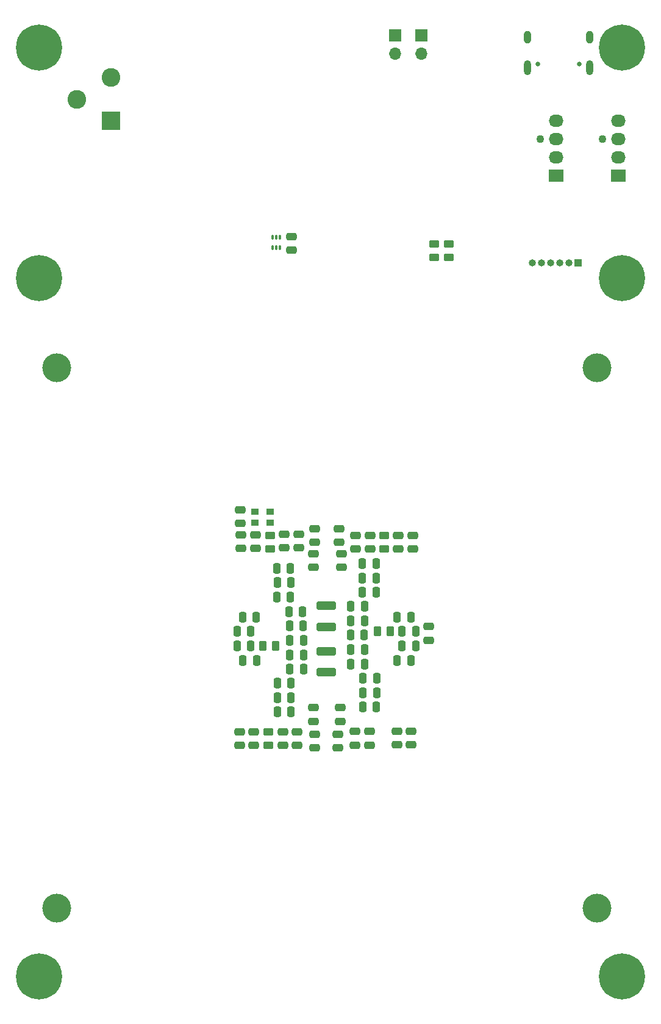
<source format=gbs>
G04 #@! TF.GenerationSoftware,KiCad,Pcbnew,8.0.1-8.0.1-1~ubuntu22.04.1*
G04 #@! TF.CreationDate,2024-03-26T16:59:47+01:00*
G04 #@! TF.ProjectId,qaxe,71617865-2e6b-4696-9361-645f70636258,rev?*
G04 #@! TF.SameCoordinates,Original*
G04 #@! TF.FileFunction,Soldermask,Bot*
G04 #@! TF.FilePolarity,Negative*
%FSLAX46Y46*%
G04 Gerber Fmt 4.6, Leading zero omitted, Abs format (unit mm)*
G04 Created by KiCad (PCBNEW 8.0.1-8.0.1-1~ubuntu22.04.1) date 2024-03-26 16:59:47*
%MOMM*%
%LPD*%
G01*
G04 APERTURE LIST*
G04 Aperture macros list*
%AMRoundRect*
0 Rectangle with rounded corners*
0 $1 Rounding radius*
0 $2 $3 $4 $5 $6 $7 $8 $9 X,Y pos of 4 corners*
0 Add a 4 corners polygon primitive as box body*
4,1,4,$2,$3,$4,$5,$6,$7,$8,$9,$2,$3,0*
0 Add four circle primitives for the rounded corners*
1,1,$1+$1,$2,$3*
1,1,$1+$1,$4,$5*
1,1,$1+$1,$6,$7*
1,1,$1+$1,$8,$9*
0 Add four rect primitives between the rounded corners*
20,1,$1+$1,$2,$3,$4,$5,0*
20,1,$1+$1,$4,$5,$6,$7,0*
20,1,$1+$1,$6,$7,$8,$9,0*
20,1,$1+$1,$8,$9,$2,$3,0*%
G04 Aperture macros list end*
%ADD10C,0.800000*%
%ADD11C,6.400000*%
%ADD12C,4.000000*%
%ADD13R,1.700000X1.700000*%
%ADD14O,1.700000X1.700000*%
%ADD15R,1.000000X1.000000*%
%ADD16O,1.000000X1.000000*%
%ADD17C,1.100000*%
%ADD18R,2.030000X1.730000*%
%ADD19O,2.030000X1.730000*%
%ADD20R,2.600000X2.600000*%
%ADD21C,2.600000*%
%ADD22C,0.650000*%
%ADD23O,1.000000X2.100000*%
%ADD24O,1.000000X1.800000*%
%ADD25RoundRect,0.250000X0.250000X0.475000X-0.250000X0.475000X-0.250000X-0.475000X0.250000X-0.475000X0*%
%ADD26RoundRect,0.250000X0.475000X-0.250000X0.475000X0.250000X-0.475000X0.250000X-0.475000X-0.250000X0*%
%ADD27RoundRect,0.250000X-0.475000X0.250000X-0.475000X-0.250000X0.475000X-0.250000X0.475000X0.250000X0*%
%ADD28RoundRect,0.250000X0.262500X0.450000X-0.262500X0.450000X-0.262500X-0.450000X0.262500X-0.450000X0*%
%ADD29RoundRect,0.250000X-0.262500X-0.450000X0.262500X-0.450000X0.262500X0.450000X-0.262500X0.450000X0*%
%ADD30RoundRect,0.250000X-0.250000X-0.475000X0.250000X-0.475000X0.250000X0.475000X-0.250000X0.475000X0*%
%ADD31RoundRect,0.250000X-0.450000X0.262500X-0.450000X-0.262500X0.450000X-0.262500X0.450000X0.262500X0*%
%ADD32R,1.000000X0.900000*%
%ADD33RoundRect,0.250000X1.100000X-0.325000X1.100000X0.325000X-1.100000X0.325000X-1.100000X-0.325000X0*%
%ADD34RoundRect,0.250000X0.450000X-0.262500X0.450000X0.262500X-0.450000X0.262500X-0.450000X-0.262500X0*%
%ADD35RoundRect,0.250000X-1.100000X0.325000X-1.100000X-0.325000X1.100000X-0.325000X1.100000X0.325000X0*%
%ADD36RoundRect,0.050000X0.100000X-0.285000X0.100000X0.285000X-0.100000X0.285000X-0.100000X-0.285000X0*%
G04 APERTURE END LIST*
D10*
X52600000Y-43000000D03*
X53302944Y-41302944D03*
X53302944Y-44697056D03*
X55000000Y-40600000D03*
D11*
X55000000Y-43000000D03*
D10*
X55000000Y-45400000D03*
X56697056Y-41302944D03*
X56697056Y-44697056D03*
X57400000Y-43000000D03*
D12*
X132500000Y-162500000D03*
D13*
X108100000Y-41325000D03*
D14*
X108100000Y-43865000D03*
D15*
X129875000Y-72900000D03*
D16*
X128605000Y-72900000D03*
X127335000Y-72900000D03*
X126065000Y-72900000D03*
X124795000Y-72900000D03*
X123525000Y-72900000D03*
D17*
X133303000Y-55740000D03*
D18*
X135463000Y-60820000D03*
D19*
X135463000Y-58280000D03*
X135463000Y-55740000D03*
X135463000Y-53200000D03*
D12*
X57500000Y-162500000D03*
D13*
X104500000Y-41325000D03*
D14*
X104500000Y-43865000D03*
D12*
X57500000Y-87500000D03*
D10*
X133600000Y-43000000D03*
X134302944Y-41302944D03*
X134302944Y-44697056D03*
X136000000Y-40600000D03*
D11*
X136000000Y-43000000D03*
D10*
X136000000Y-45400000D03*
X137697056Y-41302944D03*
X137697056Y-44697056D03*
X138400000Y-43000000D03*
D12*
X132500000Y-87500000D03*
D10*
X133600000Y-172000000D03*
X134302944Y-170302944D03*
X134302944Y-173697056D03*
X136000000Y-169600000D03*
D11*
X136000000Y-172000000D03*
D10*
X136000000Y-174400000D03*
X137697056Y-170302944D03*
X137697056Y-173697056D03*
X138400000Y-172000000D03*
X52600000Y-75000000D03*
X53302944Y-73302944D03*
X53302944Y-76697056D03*
X55000000Y-72600000D03*
D11*
X55000000Y-75000000D03*
D10*
X55000000Y-77400000D03*
X56697056Y-73302944D03*
X56697056Y-76697056D03*
X57400000Y-75000000D03*
D17*
X124667000Y-55740000D03*
D18*
X126827000Y-60820000D03*
D19*
X126827000Y-58280000D03*
X126827000Y-55740000D03*
X126827000Y-53200000D03*
D10*
X133600000Y-75000000D03*
X134302944Y-73302944D03*
X134302944Y-76697056D03*
X136000000Y-72600000D03*
D11*
X136000000Y-75000000D03*
D10*
X136000000Y-77400000D03*
X137697056Y-73302944D03*
X137697056Y-76697056D03*
X138400000Y-75000000D03*
D20*
X65000000Y-53200000D03*
D21*
X65000000Y-47200000D03*
X60300000Y-50200000D03*
D22*
X130090000Y-45305000D03*
X124310000Y-45305000D03*
D23*
X131520000Y-45805000D03*
D24*
X131520000Y-41625000D03*
D23*
X122880000Y-45805000D03*
D24*
X122880000Y-41625000D03*
D10*
X52600000Y-172000000D03*
X53302944Y-170302944D03*
X53302944Y-173697056D03*
X55000000Y-169600000D03*
D11*
X55000000Y-172000000D03*
D10*
X55000000Y-174400000D03*
X56697056Y-170302944D03*
X56697056Y-173697056D03*
X57400000Y-172000000D03*
D25*
X91760000Y-129310000D03*
X89860000Y-129310000D03*
X106650000Y-128100000D03*
X104750000Y-128100000D03*
D26*
X101000000Y-112650000D03*
X101000000Y-110750000D03*
X96500000Y-140250000D03*
X96500000Y-138350000D03*
D27*
X93300000Y-138350000D03*
X93300000Y-140250000D03*
D25*
X91650000Y-121325000D03*
X89750000Y-121325000D03*
D27*
X90043000Y-69281000D03*
X90043000Y-71181000D03*
X104900000Y-110750000D03*
X104900000Y-112650000D03*
D28*
X87925000Y-126100000D03*
X86100000Y-126100000D03*
D25*
X90000000Y-133270000D03*
X88100000Y-133270000D03*
D27*
X88875000Y-138000000D03*
X88875000Y-139900000D03*
D26*
X83100000Y-112575000D03*
X83100000Y-110675000D03*
D29*
X101987500Y-124100000D03*
X103812500Y-124100000D03*
D30*
X105450000Y-126100000D03*
X107350000Y-126100000D03*
X99920000Y-116670000D03*
X101820000Y-116670000D03*
X99950000Y-134600000D03*
X101850000Y-134600000D03*
X100000000Y-130600000D03*
X101900000Y-130600000D03*
X99920000Y-118670000D03*
X101820000Y-118670000D03*
D25*
X84450000Y-124100000D03*
X82550000Y-124100000D03*
D27*
X93100000Y-134650000D03*
X93100000Y-136550000D03*
D26*
X100900000Y-139875000D03*
X100900000Y-137975000D03*
X104700000Y-139850000D03*
X104700000Y-137950000D03*
X109100000Y-125300000D03*
X109100000Y-123400000D03*
D25*
X91700000Y-123325000D03*
X89800000Y-123325000D03*
D31*
X86875000Y-138037500D03*
X86875000Y-139862500D03*
D30*
X83300000Y-122100000D03*
X85200000Y-122100000D03*
D26*
X98900000Y-139875000D03*
X98900000Y-137975000D03*
D30*
X83350000Y-128100000D03*
X85250000Y-128100000D03*
D25*
X91750000Y-127325000D03*
X89850000Y-127325000D03*
D27*
X93300000Y-109800000D03*
X93300000Y-111700000D03*
D30*
X98310000Y-122610000D03*
X100210000Y-122610000D03*
D25*
X89950000Y-119300000D03*
X88050000Y-119300000D03*
X90000000Y-117300000D03*
X88100000Y-117300000D03*
D26*
X96900000Y-136550000D03*
X96900000Y-134650000D03*
D27*
X83000000Y-107175000D03*
X83000000Y-109075000D03*
D26*
X106900000Y-112650000D03*
X106900000Y-110750000D03*
D30*
X98310000Y-120630000D03*
X100210000Y-120630000D03*
D31*
X87100000Y-110775000D03*
X87100000Y-112600000D03*
D27*
X91100000Y-110575000D03*
X91100000Y-112475000D03*
D30*
X98310000Y-128610000D03*
X100210000Y-128610000D03*
D26*
X98990000Y-112650000D03*
X98990000Y-110750000D03*
D32*
X84975000Y-107425000D03*
X87125000Y-107425000D03*
X87125000Y-108975000D03*
X84975000Y-108975000D03*
D30*
X99920000Y-114670000D03*
X101820000Y-114670000D03*
X100000000Y-132600000D03*
X101900000Y-132600000D03*
D25*
X106650000Y-122100000D03*
X104750000Y-122100000D03*
D33*
X94900000Y-129775000D03*
X94900000Y-126825000D03*
D34*
X111900000Y-72162500D03*
X111900000Y-70337500D03*
X102930000Y-112612500D03*
X102930000Y-110787500D03*
D26*
X84875000Y-139900000D03*
X84875000Y-138000000D03*
D27*
X82875000Y-138000000D03*
X82875000Y-139900000D03*
D25*
X91750000Y-125325000D03*
X89850000Y-125325000D03*
D34*
X109900000Y-72162500D03*
X109900000Y-70337500D03*
D25*
X90000000Y-131270000D03*
X88100000Y-131270000D03*
D35*
X94900000Y-120525000D03*
X94900000Y-123475000D03*
D36*
X88500000Y-70844000D03*
X88000000Y-70844000D03*
X87500000Y-70844000D03*
X87500000Y-69364000D03*
X88000000Y-69364000D03*
X88500000Y-69364000D03*
D25*
X90000000Y-135270000D03*
X88100000Y-135270000D03*
X89950000Y-115300000D03*
X88050000Y-115300000D03*
D27*
X106700000Y-137950000D03*
X106700000Y-139850000D03*
X89100000Y-110575000D03*
X89100000Y-112475000D03*
X90875000Y-138000000D03*
X90875000Y-139900000D03*
D30*
X98310000Y-126610000D03*
X100210000Y-126610000D03*
D26*
X97000000Y-115200000D03*
X97000000Y-113300000D03*
D27*
X85100000Y-110675000D03*
X85100000Y-112575000D03*
D30*
X105450000Y-124100000D03*
X107350000Y-124100000D03*
D27*
X93100000Y-113300000D03*
X93100000Y-115200000D03*
D26*
X96700000Y-111700000D03*
X96700000Y-109800000D03*
D30*
X98260000Y-124610000D03*
X100160000Y-124610000D03*
D25*
X84450000Y-126100000D03*
X82550000Y-126100000D03*
M02*

</source>
